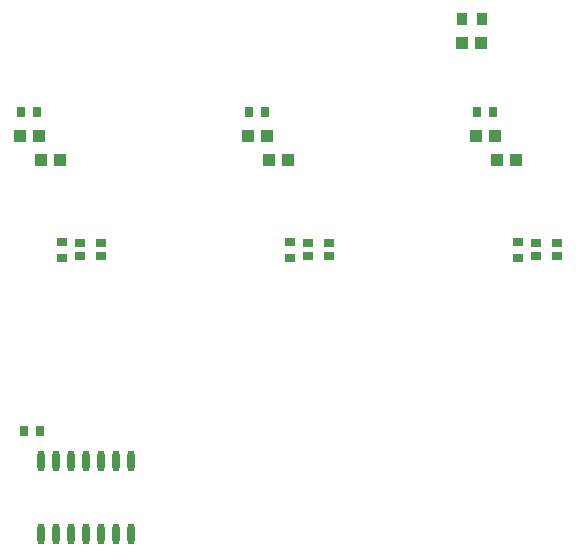
<source format=gtp>
G04 Layer: TopPasteMaskLayer*
G04 Panelize: , Column: 2, Row: 2, Board Size: 58.42mm x 58.42mm, Panelized Board Size: 118.84mm x 118.84mm*
G04 EasyEDA v6.5.34, 2023-09-08 22:49:06*
G04 bc0c5e472efd4090a79f80cef72532b0,5a6b42c53f6a479593ecc07194224c93,10*
G04 Gerber Generator version 0.2*
G04 Scale: 100 percent, Rotated: No, Reflected: No *
G04 Dimensions in millimeters *
G04 leading zeros omitted , absolute positions ,4 integer and 5 decimal *
%FSLAX45Y45*%
%MOMM*%

%ADD10R,0.9000X0.7000*%
%ADD11R,0.9000X0.8000*%
%ADD12R,1.0000X1.1000*%
%ADD13R,0.8000X0.9000*%
%ADD14O,0.5999988X1.7999964*%
%ADD15R,0.8999X1.0000*%

%LPD*%
D10*
G01*
X1094816Y3678707D03*
G01*
X911809Y3678707D03*
G01*
X911809Y3568700D03*
G01*
X1094816Y3568700D03*
G01*
X3025216Y3678707D03*
G01*
X2842209Y3678707D03*
G01*
X2842209Y3568700D03*
G01*
X3025216Y3568700D03*
G01*
X4955590Y3678707D03*
G01*
X4772583Y3678707D03*
G01*
X4772583Y3568700D03*
G01*
X4955590Y3568700D03*
D11*
G01*
X762000Y3549497D03*
G01*
X762000Y3689502D03*
G01*
X2692400Y3549497D03*
G01*
X2692400Y3689502D03*
G01*
X4622800Y3549497D03*
G01*
X4622800Y3689502D03*
D12*
G01*
X2332990Y4584979D03*
G01*
X2492984Y4584979D03*
G01*
X2670784Y4381779D03*
G01*
X2510790Y4381779D03*
D13*
G01*
X2342997Y4788179D03*
G01*
X2482977Y4788179D03*
D12*
G01*
X4263390Y4584979D03*
G01*
X4423384Y4584979D03*
G01*
X4601184Y4381779D03*
G01*
X4441190Y4381779D03*
D13*
G01*
X4273372Y4788179D03*
G01*
X4413377Y4788179D03*
D14*
G01*
X1346200Y1834032D03*
G01*
X1219200Y1834032D03*
G01*
X1092200Y1834032D03*
G01*
X965200Y1834032D03*
G01*
X838200Y1834032D03*
G01*
X711200Y1834032D03*
G01*
X584200Y1834032D03*
G01*
X1346200Y1214018D03*
G01*
X1219200Y1214018D03*
G01*
X1092200Y1214018D03*
G01*
X965200Y1214018D03*
G01*
X838200Y1214018D03*
G01*
X711200Y1214018D03*
G01*
X584200Y1214018D03*
D13*
G01*
X437997Y2082800D03*
G01*
X578002Y2082800D03*
D15*
G01*
X4144086Y5575300D03*
G01*
X4314088Y5575300D03*
D12*
G01*
X4149090Y5372100D03*
G01*
X4309084Y5372100D03*
D13*
G01*
X412597Y4788179D03*
G01*
X552602Y4788179D03*
D12*
G01*
X740410Y4381779D03*
G01*
X580415Y4381779D03*
G01*
X402589Y4584979D03*
G01*
X562584Y4584979D03*
M02*

</source>
